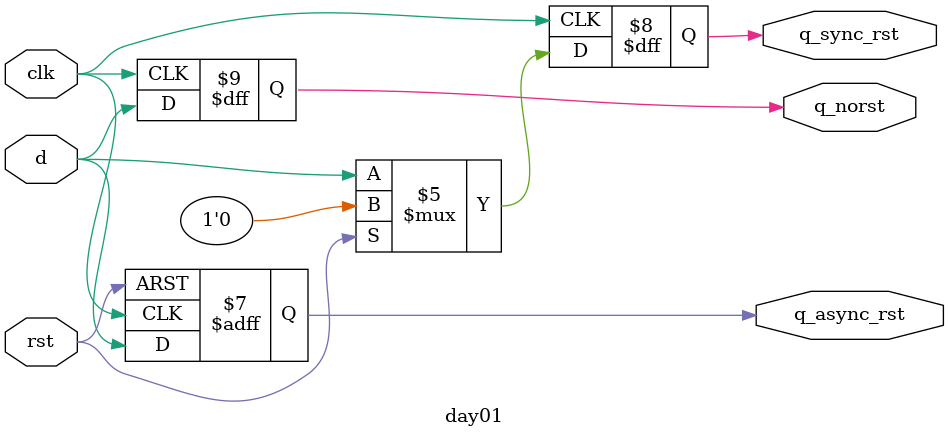
<source format=sv>
module day01 (
	input logic clk, rst,
	input logic d,
	output logic q_norst, q_sync_rst, q_async_rst
);

	always_ff @(posedge clk) begin: dff_no_rst
		q_norst <= d;
	end

	always_ff @(posedge clk) begin: dff_sync_rst
		if (rst)
			q_sync_rst <= 1'b0;
		else
			q_sync_rst <= d;
	end

	always_ff @(posedge clk or posedge rst) begin: dff_async_rst
		if (rst)
			q_async_rst <= 1'b0;
		else
			q_async_rst <= d;
	end

endmodule


</source>
